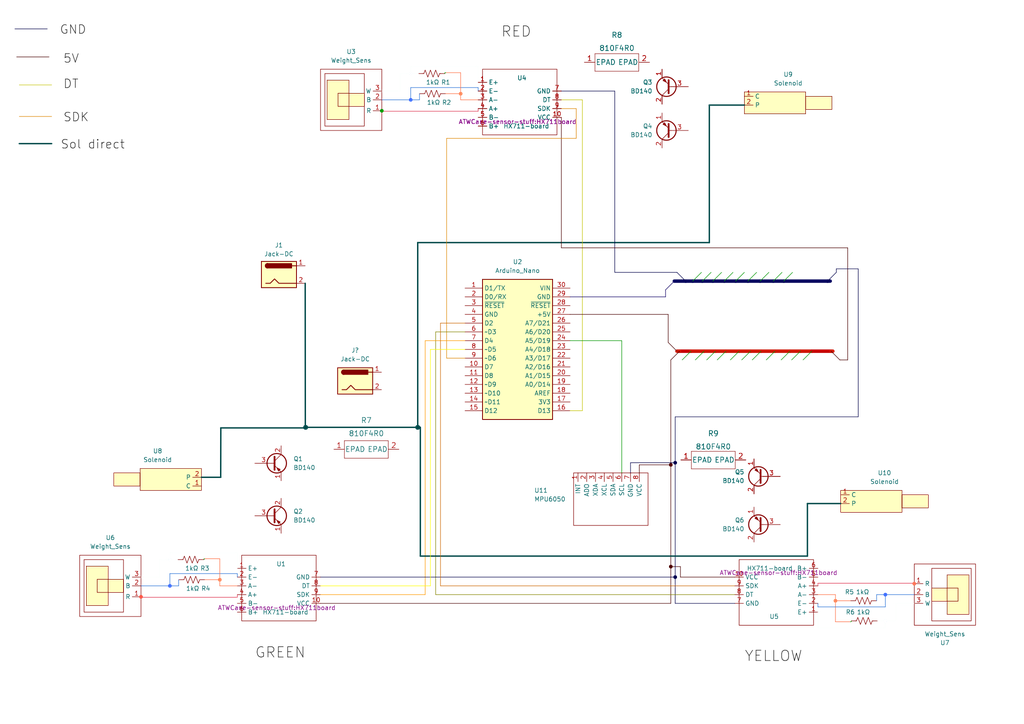
<source format=kicad_sch>
(kicad_sch (version 20211123) (generator eeschema)
  (paper "A4")
  (title_block (date "jeu. 02 avril 2015"))
  (lib_symbols
    (symbol "2022-04-19_17-41-38:810F4R0" (pin_names (offset 0.254))
      (property "Reference" "R" (at 13.97 11.43 0))
      (property "Value" "810F4R0" (at 15.24 7.62 0))
      (symbol "810F4R0_1_1"
        (polyline (pts (xy 7.62 -2.54) (xy 20.32 -2.54)) (stroke (width 0.127)))
        (polyline (pts (xy 7.62 2.54) (xy 7.62 -2.54)) (stroke (width 0.127)))
        (polyline (pts (xy 20.32 -2.54) (xy 20.32 2.54)) (stroke (width 0.127)))
        (polyline (pts (xy 20.32 2.54) (xy 7.62 2.54)) (stroke (width 0.127)))
        (pin unspecified line (at 4.572 0.0508 0) (length 3) (name "EPAD") (number "1"))
        (pin unspecified line (at 23.4188 0.0508 180) (length 3) (name "EPAD") (number "2"))
      )
    )
    (symbol "ATWSensors+stuff:HX711-board"
      (property "Reference" "U" (at -1.27 5.08 0))
      (property "Value" "HX711-board" (at 0 13.97 0))
      (symbol "HX711-board_0_1"
        (rectangle (start -11.43 16.51) (end 10.16 -2.54))
      )
      (symbol "HX711-board_1_1"
        (pin passive line (at -12.7 12.7 0) (length 2.54) (name "E+") (number "1"))
        (pin passive line (at 11.43 2.54 180) (length 2.54) (name "VCC") (number "10"))
        (pin passive line (at -12.7 10.16 0) (length 2.54) (name "E-") (number "2"))
        (pin passive line (at -12.7 7.62 0) (length 2.54) (name "A-") (number "3"))
        (pin passive line (at -12.7 5.08 0) (length 2.54) (name "A+") (number "4"))
        (pin passive line (at -12.7 2.54 0) (length 2.54) (name "B-") (number "5"))
        (pin passive line (at -12.7 0 0) (length 2.54) (name "B+") (number "6"))
        (pin passive line (at 11.43 10.16 180) (length 2.54) (name "GND") (number "7"))
        (pin passive line (at 11.43 7.62 180) (length 2.54) (name "DT") (number "8"))
        (pin passive line (at 11.43 5.08 180) (length 2.54) (name "SDK") (number "9"))
      )
    )
    (symbol "ATWSensors+stuff:MPU6050"
      (property "Reference" "U" (at 11.43 3.81 0))
      (property "Value" "MPU6050" (at 11.43 12.7 90))
      (symbol "MPU6050_0_1"
        (rectangle (start 0 21.59) (end 15.24 0))
      )
      (symbol "MPU6050_1_1"
        (pin passive line (at 0 1.27 0) (length 2.54) (name "INT") (number "1"))
        (pin passive line (at 0 3.81 0) (length 2.54) (name "ADO") (number "2"))
        (pin passive line (at 0 6.35 0) (length 2.54) (name "XDA") (number "3"))
        (pin passive line (at 0 8.89 0) (length 2.54) (name "XCL") (number "4"))
        (pin passive line (at 0 11.43 0) (length 2.54) (name "SDA") (number "5"))
        (pin passive line (at 0 13.97 0) (length 2.54) (name "SCL") (number "6"))
        (pin passive line (at 0 16.51 0) (length 2.54) (name "GND") (number "7"))
        (pin passive line (at 0 19.05 0) (length 2.54) (name "VCC") (number "8"))
      )
    )
    (symbol "ATWSensors+stuff:Solenoid"
      (property "Reference" "U" (at -2.54 7.62 0))
      (property "Value" "Solenoid" (at -8.89 7.62 0))
      (symbol "Solenoid_0_1"
        (rectangle (start -17.78 10.16) (end 0 3.81) (fill (type background)))
        (rectangle (start 0 8.89) (end 7.62 5.08) (fill (type background)))
      )
      (symbol "Solenoid_1_1"
        (pin passive line (at -17.78 8.89 0) (length 2.54) (name "C") (number "1"))
        (pin passive line (at -17.78 6.35 0) (length 2.54) (name "P") (number "2"))
      )
    )
    (symbol "ATWSensors+stuff:Weight_Sens"
      (property "Reference" "U" (at 21.59 16.51 0))
      (property "Value" "Weight_Sens" (at 11.43 8.89 0))
      (symbol "Weight_Sens_0_1"
        (rectangle (start 0 17.78) (end 17.78 0))
        (rectangle (start 5.08 10.795) (end 12.7 6.985) (fill (type background)))
        (rectangle (start 5.08 16.51) (end 16.51 1.27))
        (rectangle (start 9.525 14.605) (end 15.875 3.175) (fill (type background)))
      )
      (symbol "Weight_Sens_1_1"
        (pin passive line (at 0 12.065 0) (length 2.54) (name "R") (number "1"))
        (pin passive line (at 0 8.89 0) (length 2.54) (name "B") (number "2"))
        (pin passive line (at 0 6.35 0) (length 2.54) (name "W") (number "3"))
      )
    )
    (symbol "Arduino:Arduino_Nano"
      (property "Reference" "U" (at -10.16 24.13 0))
      (property "Value" "Arduino_Nano" (at -10.16 22.86 0))
      (symbol "Arduino_Nano_0_1"
        (rectangle (start -10.16 20.32) (end 10.16 -20.32) (stroke (width 0.254)) (fill (type background)))
      )
      (symbol "Arduino_Nano_1_1"
        (pin bidirectional line (at -15.24 17.78 0) (length 5.08) (name "D1/TX") (number "1"))
        (pin bidirectional line (at -15.24 -5.08 0) (length 5.08) (name "D7") (number "10"))
        (pin bidirectional line (at -15.24 -7.62 0) (length 5.08) (name "D8") (number "11"))
        (pin bidirectional line (at -15.24 -10.16 0) (length 5.08) (name "~D9") (number "12"))
        (pin bidirectional line (at -15.24 -12.7 0) (length 5.08) (name "~D10") (number "13"))
        (pin bidirectional line (at -15.24 -15.24 0) (length 5.08) (name "~D11") (number "14"))
        (pin bidirectional line (at -15.24 -17.78 0) (length 5.08) (name "D12") (number "15"))
        (pin bidirectional line (at 15.24 -17.78 180) (length 5.08) (name "D13") (number "16"))
        (pin power_out line (at 15.24 -15.24 180) (length 5.08) (name "3V3") (number "17"))
        (pin input line (at 15.24 -12.7 180) (length 5.08) (name "AREF") (number "18"))
        (pin bidirectional line (at 15.24 -10.16 180) (length 5.08) (name "A0/D14") (number "19"))
        (pin bidirectional line (at -15.24 15.24 0) (length 5.08) (name "D0/RX") (number "2"))
        (pin bidirectional line (at 15.24 -7.62 180) (length 5.08) (name "A1/D15") (number "20"))
        (pin bidirectional line (at 15.24 -5.08 180) (length 5.08) (name "A2/D16") (number "21"))
        (pin bidirectional line (at 15.24 -2.54 180) (length 5.08) (name "A3/D17") (number "22"))
        (pin bidirectional line (at 15.24 0 180) (length 5.08) (name "A4/D18") (number "23"))
        (pin bidirectional line (at 15.24 2.54 180) (length 5.08) (name "A5/D19") (number "24"))
        (pin bidirectional line (at 15.24 5.08 180) (length 5.08) (name "A6/D20") (number "25"))
        (pin bidirectional line (at 15.24 7.62 180) (length 5.08) (name "A7/D21") (number "26"))
        (pin power_out line (at 15.24 10.16 180) (length 5.08) (name "+5V") (number "27"))
        (pin input line (at 15.24 12.7 180) (length 5.08) (name "~{RESET}") (number "28"))
        (pin power_in line (at 15.24 15.24 180) (length 5.08) (name "GND") (number "29"))
        (pin input line (at -15.24 12.7 0) (length 5.08) (name "~{RESET}") (number "3"))
        (pin power_in line (at 15.24 17.78 180) (length 5.08) (name "VIN") (number "30"))
        (pin power_in line (at -15.24 10.16 0) (length 5.08) (name "GND") (number "4"))
        (pin bidirectional line (at -15.24 7.62 0) (length 5.08) (name "D2") (number "5"))
        (pin bidirectional line (at -15.24 5.08 0) (length 5.08) (name "~D3") (number "6"))
        (pin bidirectional line (at -15.24 2.54 0) (length 5.08) (name "D4") (number "7"))
        (pin bidirectional line (at -15.24 0 0) (length 5.08) (name "~D5") (number "8"))
        (pin bidirectional line (at -15.24 -2.54 0) (length 5.08) (name "~D6") (number "9"))
      )
    )
    (symbol "Connector:Jack-DC" (pin_names (offset 1.016))
      (property "Reference" "J" (at 0 5.334 0))
      (property "Value" "Jack-DC" (at 0 -5.08 0))
      (symbol "Jack-DC_0_1"
        (rectangle (start -5.08 3.81) (end 5.08 -3.81) (stroke (width 0.254)) (fill (type background)))
        (arc (start -3.302 3.175) (mid -3.937 2.54) (end -3.302 1.905) (stroke (width 0.254)))
        (arc (start -3.302 3.175) (mid -3.937 2.54) (end -3.302 1.905) (stroke (width 0.254)) (fill (type outline)))
        (polyline (pts (xy 5.08 2.54) (xy 3.81 2.54)) (stroke (width 0.254)))
        (polyline (pts (xy -3.81 -2.54) (xy -2.54 -2.54) (xy -1.27 -1.27) (xy 0 -2.54) (xy 2.54 -2.54) (xy 5.08 -2.54)) (stroke (width 0.254)))
        (rectangle (start 3.683 3.175) (end -3.302 1.905) (stroke (width 0.254)) (fill (type outline)))
      )
      (symbol "Jack-DC_1_1"
        (pin passive line (at 7.62 2.54 180) (length 2.54) (name "~") (number "1"))
        (pin passive line (at 7.62 -2.54 180) (length 2.54) (name "~") (number "2"))
      )
    )
    (symbol "Device:R_US" (pin_numbers hide) (pin_names (offset 0))
      (property "Reference" "R" (at 2.54 0 90))
      (property "Value" "R_US" (at -2.54 0 90))
      (symbol "R_US_0_1"
        (polyline (pts (xy 0 -2.286) (xy 0 -2.54)))
        (polyline (pts (xy 0 2.286) (xy 0 2.54)))
        (polyline (pts (xy 0 -0.762) (xy 1.016 -1.143) (xy 0 -1.524) (xy -1.016 -1.905) (xy 0 -2.286)))
        (polyline (pts (xy 0 0.762) (xy 1.016 0.381) (xy 0 0) (xy -1.016 -0.381) (xy 0 -0.762)))
        (polyline (pts (xy 0 2.286) (xy 1.016 1.905) (xy 0 1.524) (xy -1.016 1.143) (xy 0 0.762)))
      )
      (symbol "R_US_1_1"
        (pin passive line (at 0 3.81 270) (length 1.27) (name "~") (number "1"))
        (pin passive line (at 0 -3.81 90) (length 1.27) (name "~") (number "2"))
      )
    )
    (symbol "HX711-board_1"
      (property "Reference" "U" (at -1.27 5.08 0))
      (property "Value" "HX711-board_1" (at 0 13.97 0))
      (symbol "HX711-board_1_0_1"
        (rectangle (start -11.43 16.51) (end 10.16 -2.54))
      )
      (symbol "HX711-board_1_1_1"
        (pin passive line (at -12.7 12.7 0) (length 2.54) (name "E+") (number "1"))
        (pin bidirectional line (at 11.43 2.54 180) (length 2.54) (name "VCC") (number "10"))
        (pin passive line (at -12.7 10.16 0) (length 2.54) (name "E-") (number "2"))
        (pin bidirectional line (at -12.7 7.62 0) (length 2.54) (name "A-") (number "3"))
        (pin passive line (at -12.7 5.08 0) (length 2.54) (name "A+") (number "4"))
        (pin passive line (at -12.7 2.54 0) (length 2.54) (name "B-") (number "5"))
        (pin passive line (at -12.7 0 0) (length 2.54) (name "B+") (number "6"))
        (pin bidirectional line (at 11.43 10.16 180) (length 2.54) (name "GND") (number "7"))
        (pin passive line (at 11.43 7.62 180) (length 2.54) (name "DT") (number "8"))
        (pin passive line (at 11.43 5.08 180) (length 2.54) (name "SDK") (number "9"))
      )
    )
    (symbol "HX711-board_2"
      (property "Reference" "U" (at -1.27 5.08 0))
      (property "Value" "HX711-board_2" (at 0 13.97 0))
      (symbol "HX711-board_2_0_1"
        (rectangle (start -11.43 16.51) (end 10.16 -2.54))
      )
      (symbol "HX711-board_2_1_1"
        (pin passive line (at -12.7 12.7 0) (length 2.54) (name "E+") (number "1"))
        (pin passive line (at 11.43 2.54 180) (length 2.54) (name "VCC") (number "10"))
        (pin passive line (at -12.7 10.16 0) (length 2.54) (name "E-") (number "2"))
        (pin passive line (at -12.7 7.62 0) (length 2.54) (name "A-") (number "3"))
        (pin passive line (at -12.7 5.08 0) (length 2.54) (name "A+") (number "4"))
        (pin passive line (at -12.7 2.54 0) (length 2.54) (name "B-") (number "5"))
        (pin passive line (at -12.7 0 0) (length 2.54) (name "B+") (number "6"))
        (pin passive line (at 11.43 10.16 180) (length 2.54) (name "GND") (number "7"))
        (pin passive line (at 11.43 7.62 180) (length 2.54) (name "DT") (number "8"))
        (pin passive line (at 11.43 5.08 180) (length 2.54) (name "SDK") (number "9"))
      )
    )
    (symbol "Solenoid_1"
      (property "Reference" "U" (at -2.54 7.62 0))
      (property "Value" "Solenoid_1" (at -8.89 7.62 0))
      (symbol "Solenoid_1_0_1"
        (rectangle (start -17.78 10.16) (end 0 3.81) (fill (type background)))
        (rectangle (start 0 8.89) (end 7.62 5.08) (fill (type background)))
      )
      (symbol "Solenoid_1_1_1"
        (pin passive line (at -17.78 8.89 0) (length 2.54) (name "C") (number "1"))
        (pin passive line (at -17.78 6.35 0) (length 2.54) (name "P") (number "2"))
      )
    )
    (symbol "Solenoid_2"
      (property "Reference" "U" (at -2.54 7.62 0))
      (property "Value" "Solenoid_2" (at -8.89 7.62 0))
      (symbol "Solenoid_2_0_1"
        (rectangle (start -17.78 10.16) (end 0 3.81) (fill (type background)))
        (rectangle (start 0 8.89) (end 7.62 5.08) (fill (type background)))
      )
      (symbol "Solenoid_2_1_1"
        (pin passive line (at -17.78 8.89 0) (length 2.54) (name "C") (number "1"))
        (pin passive line (at -17.78 6.35 0) (length 2.54) (name "P") (number "2"))
      )
    )
    (symbol "Transistor_BJT:BD140" (pin_names (offset 0) hide)
      (property "Reference" "Q" (at 5.08 1.905 0))
      (property "Value" "BD140" (at 5.08 0 0))
      (symbol "BD140_0_1"
        (polyline (pts (xy 0 0) (xy 0.635 0)))
        (polyline (pts (xy 2.54 -2.54) (xy 0.635 -0.635)))
        (polyline (pts (xy 2.54 2.54) (xy 0.635 0.635)))
        (polyline (pts (xy 0.635 1.905) (xy 0.635 -1.905) (xy 0.635 -1.905)) (stroke (width 0.508)) (fill (type outline)))
        (polyline (pts (xy 1.778 -2.286) (xy 2.286 -1.778) (xy 1.27 -1.27) (xy 1.778 -2.286) (xy 1.778 -2.286)) (fill (type outline)))
        (circle (center 1.27 0) (radius 2.8194) (stroke (width 0.3048)))
      )
      (symbol "BD140_1_1"
        (pin passive line (at 2.54 -5.08 90) (length 2.54) (name "E") (number "1"))
        (pin passive line (at 2.54 5.08 270) (length 2.54) (name "C") (number "2"))
        (pin input line (at -5.08 0 0) (length 5.08) (name "B") (number "3"))
      )
    )
  )
  (junction (at 119.126 21.336) (color 251 253 255 1))
  (junction (at 265.176 169.291) (color 255 111 81 1))
  (junction (at 242.316 174.244) (color 255 132 87 1))
  (junction (at 119.126 28.956) (color 59 107 255 1))
  (junction (at 256.794 180.086) (color 251 253 255 1))
  (junction (at 133.604 27.178) (color 255 132 87 1))
  (junction (at 49.276 169.926) (color 59 107 255 1))
  (junction (at 88.646 123.952) (diameter 1.25) (color 0 72 72 1))
  (junction (at 40.894 173.101) (color 252 79 62 1))
  (junction (at 110.744 32.131))
  (junction (at 194.564 164.338) (color 72 0 0 1))
  (junction (at 63.754 168.148) (color 255 132 87 1))
  (junction (at 121.158 123.952) (diameter 1.25) (color 0 72 72 1))
  (junction (at 195.834 167.386) (color 0 0 72 1))
  (junction (at 49.276 162.306) (color 251 253 255 1))
  (junction (at 195.834 134.2136) (color 0 0 72 1))
  (junction (at 194.564 134.8232) (color 72 0 0 1))
  (junction (at 256.794 172.466) (color 59 107 255 1))
  (bus_entry (at 240.03 81.534) (size 2.54 -2.54) (stroke (width 0) (color 0 0 72 1)))
  (bus_entry (at 195.58 81.534) (size -2.54 2.54) (stroke (width 0) (color 14 0 100 1)))
  (bus_entry (at 196.342 101.854) (size -2.54 -2.54) (stroke (width 0) (color 72 0 0 1)))
  (bus_entry (at 210.058 81.534) (size 2.54 -2.54))
  (bus_entry (at 206.756 81.534) (size 2.54 -2.54))
  (bus_entry (at 203.708 81.534) (size 2.54 -2.54))
  (bus_entry (at 198.882 81.534) (size -2.54 -2.54) (stroke (width 0) (color 0 0 72 1)))
  (bus_entry (at 220.472 81.534) (size 2.54 -2.54))
  (bus_entry (at 227.33 81.534) (size 2.54 -2.54))
  (bus_entry (at 224.282 81.534) (size 2.54 -2.54))
  (bus_entry (at 197.104 101.854) (size -2.54 2.54) (stroke (width 0) (color 72 0 0 1)))
  (bus_entry (at 204.216 101.854) (size -2.54 2.54))
  (bus_entry (at 207.518 101.854) (size -2.54 2.54))
  (bus_entry (at 214.376 101.854) (size -2.54 2.54))
  (bus_entry (at 235.458 101.854) (size -2.54 2.54))
  (bus_entry (at 229.108 101.854) (size -2.54 2.54))
  (bus_entry (at 232.156 101.854) (size -2.54 2.54))
  (bus_entry (at 224.79 101.854) (size -2.54 2.54))
  (bus_entry (at 217.678 101.854) (size -2.54 2.54))
  (bus_entry (at 216.916 81.534) (size 2.54 -2.54))
  (bus_entry (at 213.36 81.534) (size 2.54 -2.54))
  (bus_entry (at 200.406 101.854) (size -2.54 2.54))
  (bus_entry (at 210.566 101.854) (size -2.54 2.54))
  (bus_entry (at 220.726 101.854) (size -2.54 2.54))
  (bus_entry (at 200.914 81.534) (size 2.54 -2.54))
  (bus_entry (at 241.046 101.854) (size 2.54 2.54) (stroke (width 0) (color 72 0 0 1)))
  (wire (pts (xy 59.436 162.052) (xy 59.182 162.052)))
  (wire (pts (xy 256.794 180.086) (xy 254.508 180.086)) (stroke (width 0) (color 251 255 253 1)))
  (wire (pts (xy 92.964 167.386) (xy 195.834 167.386)) (stroke (width 0) (color 0 0 72 1)))
  (wire (pts (xy 195.834 134.2136) (xy 195.834 167.386)) (stroke (width 0) (color 0 0 72 1)))
  (bus (pts (xy 220.726 101.854) (xy 224.79 101.854)) (stroke (width 1) (color 203 16 0 1)))
  (bus (pts (xy 210.058 81.534) (xy 213.36 81.534)) (stroke (width 1) (color 3 3 89 1)))
  (wire (pts (xy 123.317 172.466) (xy 123.317 98.806)) (stroke (width 0) (color 255 153 0 1)))
  (wire (pts (xy 180.34 137.16) (xy 180.34 98.806)))
  (wire (pts (xy 40.894 173.228) (xy 68.834 173.228)) (stroke (width 0) (color 221 48 76 1)))
  (wire (pts (xy 245.872 71.882) (xy 245.872 104.394)) (stroke (width 0) (color 72 0 0 1)))
  (wire (pts (xy 133.604 27.178) (xy 133.604 28.956)) (stroke (width 0) (color 255 111 68 1)))
  (wire (pts (xy 63.754 162.052) (xy 63.754 168.148)) (stroke (width 0) (color 255 111 68 1)))
  (wire (pts (xy 178.308 26.416) (xy 178.308 78.994)) (stroke (width 0) (color 0 0 72 1)))
  (wire (pts (xy 254.254 172.466) (xy 254.254 174.244)) (stroke (width 0) (color 41 114 214 1)))
  (wire (pts (xy 121.158 70.358) (xy 121.158 123.952)) (stroke (width 0.4) (color 0 72 72 1)))
  (wire (pts (xy 63.754 168.148) (xy 63.754 169.926)) (stroke (width 0) (color 255 111 68 1)))
  (wire (pts (xy 246.634 174.244) (xy 242.316 174.244)) (stroke (width 0) (color 255 111 68 1)))
  (wire (pts (xy 59.436 162.052) (xy 63.754 162.052)) (stroke (width 0) (color 255 111 68 1)))
  (wire (pts (xy 58.42 138.43) (xy 64.008 138.43)) (stroke (width 0.4) (color 0 72 72 1)))
  (wire (pts (xy 123.317 98.806) (xy 134.874 98.806)) (stroke (width 0) (color 255 153 0 1)))
  (wire (pts (xy 51.816 169.926) (xy 51.816 168.148)) (stroke (width 0) (color 41 114 214 1)))
  (wire (pts (xy 162.814 28.956) (xy 168.91 28.956)) (stroke (width 0) (color 194 194 0 1)))
  (bus (pts (xy 216.916 81.534) (xy 220.472 81.534)) (stroke (width 1) (color 3 3 89 1)))
  (wire (pts (xy 134.874 93.726) (xy 127.762 93.726)) (stroke (width 0) (color 204 102 0 1)))
  (wire (pts (xy 234.188 146.05) (xy 234.188 161.29)) (stroke (width 0.4) (color 0 72 72 1)))
  (wire (pts (xy 121.158 123.952) (xy 88.646 123.952)) (stroke (width 0.4) (color 0 72 72 1)))
  (wire (pts (xy 237.236 182.118) (xy 256.794 182.118)) (stroke (width 0) (color 251 255 253 1)))
  (wire (pts (xy 168.91 119.126) (xy 165.354 119.126)) (stroke (width 0) (color 194 194 0 1)))
  (wire (pts (xy 63.754 169.926) (xy 68.834 169.926)) (stroke (width 0) (color 255 111 68 1)))
  (wire (pts (xy 197.358 167.386) (xy 197.358 164.338)) (stroke (width 0) (color 72 0 0 1)))
  (bus (pts (xy 220.472 81.534) (xy 224.282 81.534)) (stroke (width 1) (color 3 3 89 1)))
  (wire (pts (xy 119.126 28.956) (xy 121.666 28.956)) (stroke (width 0) (color 41 114 214 1)))
  (bus (pts (xy 224.282 81.534) (xy 227.33 81.534)) (stroke (width 1) (color 3 3 89 1)))
  (wire (pts (xy 213.106 167.386) (xy 197.358 167.386)) (stroke (width 0) (color 72 0 0 1)))
  (bus (pts (xy 232.156 101.854) (xy 235.458 101.854)) (stroke (width 1) (color 203 16 0 1)))
  (wire (pts (xy 121.92 123.952) (xy 121.158 123.952)) (stroke (width 0.4) (color 0 72 72 1)))
  (wire (pts (xy 110.744 26.416) (xy 116.078 26.416)) (stroke (width 0) (color 251 255 253 1)))
  (wire (pts (xy 162.814 26.416) (xy 178.308 26.416)) (stroke (width 0) (color 0 0 72 1)))
  (wire (pts (xy 119.126 25.4) (xy 138.684 25.4)) (stroke (width 0) (color 41 114 214 1)))
  (wire (pts (xy 49.276 169.926) (xy 51.816 169.926)) (stroke (width 0) (color 41 114 214 1)))
  (wire (pts (xy 68.834 166.37) (xy 68.834 167.386)) (stroke (width 0) (color 41 114 214 1)))
  (wire (pts (xy 127.762 169.926) (xy 213.106 169.926)) (stroke (width 0) (color 204 102 0 1)))
  (wire (pts (xy 168.91 28.956) (xy 168.91 119.126)) (stroke (width 0) (color 194 194 0 1)))
  (wire (pts (xy 49.276 166.37) (xy 68.834 166.37)) (stroke (width 0) (color 41 114 214 1)))
  (wire (pts (xy 243.84 146.05) (xy 234.188 146.05)) (stroke (width 0.4) (color 0 72 72 1)))
  (wire (pts (xy 162.814 71.882) (xy 245.872 71.882)) (stroke (width 0) (color 72 0 0 1)))
  (bus (pts (xy 224.79 101.854) (xy 229.108 101.854)) (stroke (width 1) (color 203 16 0 1)))
  (wire (pts (xy 256.794 172.466) (xy 256.794 176.022)) (stroke (width 0) (color 41 114 214 1)))
  (wire (pts (xy 59.436 168.148) (xy 63.754 168.148)) (stroke (width 0) (color 255 111 68 1)))
  (wire (pts (xy 126.365 96.266) (xy 126.365 172.466)) (stroke (width 0) (color 132 132 0 1)))
  (wire (pts (xy 116.078 26.416) (xy 116.078 21.336)) (stroke (width 0) (color 251 255 253 1)))
  (wire (pts (xy 5.588 41.656) (xy 14.986 41.656)) (stroke (width 0.4) (color 0 72 72 1)))
  (wire (pts (xy 138.684 19.304) (xy 119.126 19.304)) (stroke (width 0) (color 251 255 253 1)))
  (wire (pts (xy 256.794 172.466) (xy 254.254 172.466)) (stroke (width 0) (color 41 114 214 1)))
  (bus (pts (xy 196.342 101.854) (xy 197.104 101.854)) (stroke (width 1) (color 203 16 0 1)))
  (bus (pts (xy 235.458 101.854) (xy 241.046 101.854)) (stroke (width 1) (color 194 0 0 1)))
  (wire (pts (xy 246.634 180.34) (xy 242.316 180.34)) (stroke (width 0) (color 255 111 68 1)))
  (wire (pts (xy 265.176 169.164) (xy 237.236 169.164)) (stroke (width 0) (color 221 48 76 1)))
  (wire (pts (xy 40.894 169.926) (xy 49.276 169.926)) (stroke (width 0) (color 41 114 214 1)))
  (wire (pts (xy 205.74 70.358) (xy 121.158 70.358)) (stroke (width 0.4) (color 0 72 72 1)))
  (wire (pts (xy 126.365 96.266) (xy 134.874 96.266)) (stroke (width 0) (color 132 132 0 1)))
  (wire (pts (xy 119.126 28.956) (xy 119.126 25.4)) (stroke (width 0) (color 41 114 214 1)))
  (wire (pts (xy 213.106 172.466) (xy 126.365 172.466)) (stroke (width 0) (color 132 132 0 1)))
  (wire (pts (xy 68.834 173.228) (xy 68.834 172.466)) (stroke (width 0) (color 221 48 76 1)))
  (wire (pts (xy 246.888 180.34) (xy 246.888 180.086)))
  (wire (pts (xy 182.88 134.2136) (xy 195.834 134.2136)) (stroke (width 0) (color 0 0 72 1)))
  (bus (pts (xy 213.36 81.534) (xy 216.916 81.534)) (stroke (width 1) (color 3 3 89 1)))
  (wire (pts (xy 127.762 93.726) (xy 127.762 169.926)) (stroke (width 0) (color 204 102 0 1)))
  (bus (pts (xy 198.882 81.534) (xy 200.914 81.534)) (stroke (width 1) (color 3 3 89 1)))
  (wire (pts (xy 215.9 30.48) (xy 205.74 30.48)) (stroke (width 0.4) (color 0 72 72 1)))
  (wire (pts (xy 129.286 21.082) (xy 133.604 21.082)) (stroke (width 0) (color 255 111 68 1)))
  (wire (pts (xy 194.564 134.8232) (xy 194.564 104.394)) (stroke (width 0) (color 72 0 0 1)))
  (bus (pts (xy 207.518 101.854) (xy 210.566 101.854)) (stroke (width 1) (color 203 16 0 1)))
  (wire (pts (xy 64.0491 124.1147) (xy 64.008 138.43)) (stroke (width 0.4) (color 0 72 72 1)))
  (wire (pts (xy 133.604 28.956) (xy 138.684 28.956)) (stroke (width 0) (color 255 111 68 1)))
  (wire (pts (xy 92.964 172.466) (xy 123.317 172.466)) (stroke (width 0) (color 255 153 0 1)))
  (bus (pts (xy 200.406 101.854) (xy 204.216 101.854)) (stroke (width 1) (color 203 16 0 1)))
  (wire (pts (xy 129.032 21.082) (xy 129.032 21.336)))
  (wire (pts (xy 242.316 180.34) (xy 242.316 174.244)) (stroke (width 0) (color 255 111 68 1)))
  (wire (pts (xy 245.872 104.394) (xy 243.586 104.394)) (stroke (width 0) (color 72 0 0 1)))
  (wire (pts (xy 178.308 78.994) (xy 196.342 78.994)) (stroke (width 0) (color 0 0 72 1)))
  (wire (pts (xy 180.34 98.806) (xy 165.354 98.806)))
  (wire (pts (xy 5.588 24.638) (xy 14.986 24.638)) (stroke (width 0) (color 194 194 0 1)))
  (wire (pts (xy 237.236 177.546) (xy 237.236 182.118)) (stroke (width 0) (color 251 255 253 1)))
  (wire (pts (xy 246.634 180.34) (xy 246.888 180.34)))
  (wire (pts (xy 193.802 99.314) (xy 193.802 91.186)) (stroke (width 0) (color 72 0 0 1)))
  (wire (pts (xy 193.04 84.074) (xy 193.04 86.106)) (stroke (width 0) (color 14 0 100 1)))
  (wire (pts (xy 119.126 21.336) (xy 121.412 21.336)) (stroke (width 0) (color 251 255 253 1)))
  (wire (pts (xy 248.92 77.978) (xy 242.57 77.978)) (stroke (width 0) (color 0 0 72 1)))
  (wire (pts (xy 129.54 103.886) (xy 134.874 103.886)) (stroke (width 0) (color 221 133 0 1)))
  (wire (pts (xy 68.834 164.846) (xy 68.834 160.274)) (stroke (width 0) (color 251 255 253 1)))
  (wire (pts (xy 119.126 19.304) (xy 119.126 21.336)) (stroke (width 0) (color 251 255 253 1)))
  (wire (pts (xy 259.842 180.086) (xy 256.794 180.086)) (stroke (width 0) (color 251 255 253 1)))
  (wire (pts (xy 237.236 169.164) (xy 237.236 169.926)) (stroke (width 0) (color 221 48 76 1)))
  (bus (pts (xy 197.104 101.854) (xy 200.406 101.854)) (stroke (width 1) (color 194 0 0 1)))
  (bus (pts (xy 227.33 81.534) (xy 240.03 81.534)) (stroke (width 1) (color 3 3 89 1)))
  (wire (pts (xy 68.834 160.274) (xy 49.276 160.274)) (stroke (width 0) (color 251 255 253 1)))
  (bus (pts (xy 214.376 101.854) (xy 217.678 101.854)) (stroke (width 1) (color 203 16 0 1)))
  (wire (pts (xy 242.316 172.466) (xy 237.236 172.466)) (stroke (width 0) (color 255 111 68 1)))
  (wire (pts (xy 259.842 175.006) (xy 259.842 180.086)) (stroke (width 0) (color 251 255 253 1)))
  (wire (pts (xy 234.188 161.29) (xy 121.92 161.29)) (stroke (width 0.4) (color 0 72 72 1)))
  (wire (pts (xy 256.794 182.118) (xy 256.794 180.086)) (stroke (width 0) (color 251 255 253 1)))
  (wire (pts (xy 110.744 28.956) (xy 119.126 28.956)) (stroke (width 0) (color 41 114 214 1)))
  (wire (pts (xy 129.286 27.178) (xy 133.604 27.178)) (stroke (width 0) (color 255 111 68 1)))
  (wire (pts (xy 4.318 8.382) (xy 13.716 8.382)) (stroke (width 0) (color 0 0 72 1)))
  (wire (pts (xy 138.684 32.258) (xy 138.684 31.496)) (stroke (width 0) (color 221 48 76 1)))
  (wire (pts (xy 116.078 21.336) (xy 119.126 21.336)) (stroke (width 0) (color 251 255 253 1)))
  (bus (pts (xy 217.678 101.854) (xy 220.726 101.854)) (stroke (width 1) (color 203 16 0 1)))
  (wire (pts (xy 242.316 174.244) (xy 242.316 172.466)) (stroke (width 0) (color 255 111 68 1)))
  (wire (pts (xy 194.564 175.006) (xy 194.564 164.338)) (stroke (width 0) (color 72 0 0 1)))
  (bus (pts (xy 203.708 81.534) (xy 206.756 81.534)) (stroke (width 1) (color 3 3 89 1)))
  (wire (pts (xy 134.874 101.346) (xy 124.841 101.346)) (stroke (width 0) (color 255 255 0 1)))
  (wire (pts (xy 185.42 137.16) (xy 185.42 134.8232)) (stroke (width 0) (color 72 0 0 1)))
  (wire (pts (xy 193.802 91.186) (xy 165.354 91.186)) (stroke (width 0) (color 72 0 0 1)))
  (wire (pts (xy 195.834 120.904) (xy 195.834 134.2136)) (stroke (width 0) (color 0 0 72 1)))
  (wire (pts (xy 88.519 82.169) (xy 88.5601 124.1147)) (stroke (width 0.4) (color 0 72 72 1)))
  (wire (pts (xy 46.228 167.386) (xy 46.228 162.306)) (stroke (width 0) (color 251 255 253 1)))
  (wire (pts (xy 129.286 21.082) (xy 129.032 21.082)))
  (bus (pts (xy 195.58 81.534) (xy 198.882 81.534)) (stroke (width 1) (color 3 3 89 1)))
  (wire (pts (xy 92.964 175.006) (xy 194.564 175.006)) (stroke (width 0) (color 72 0 0 1)))
  (wire (pts (xy 88.5601 124.1147) (xy 64.0491 124.1147)) (stroke (width 0.4) (color 0 72 72 1)))
  (wire (pts (xy 167.132 40.132) (xy 129.54 40.132)) (stroke (width 0) (color 221 133 0 1)))
  (wire (pts (xy 110.744 32.258) (xy 138.684 32.258)) (stroke (width 0) (color 221 48 76 1)))
  (wire (pts (xy 237.236 176.022) (xy 237.236 175.006)) (stroke (width 0) (color 41 114 214 1)))
  (wire (pts (xy 129.54 40.132) (xy 129.54 103.886)) (stroke (width 0) (color 221 133 0 1)))
  (wire (pts (xy 121.666 28.956) (xy 121.666 27.178)) (stroke (width 0) (color 41 114 214 1)))
  (wire (pts (xy 49.276 160.274) (xy 49.276 162.306)) (stroke (width 0) (color 251 255 253 1)))
  (wire (pts (xy 49.276 162.306) (xy 51.562 162.306)) (stroke (width 0) (color 251 255 253 1)))
  (wire (pts (xy 195.834 120.904) (xy 248.92 120.904)) (stroke (width 0) (color 0 0 72 1)))
  (bus (pts (xy 240.03 81.534) (xy 240.792 81.534)) (stroke (width 1) (color 3 3 89 1)))
  (wire (pts (xy 162.814 34.036) (xy 162.814 71.882)) (stroke (width 0) (color 72 0 0 1)))
  (wire (pts (xy 248.92 77.978) (xy 248.92 120.904)) (stroke (width 0) (color 0 0 72 1)))
  (wire (pts (xy 5.588 33.782) (xy 14.986 33.782)) (stroke (width 0) (color 221 133 0 1)))
  (wire (pts (xy 138.684 25.4) (xy 138.684 26.416)) (stroke (width 0) (color 41 114 214 1)))
  (bus (pts (xy 210.566 101.854) (xy 214.376 101.854)) (stroke (width 1) (color 203 16 0 1)))
  (wire (pts (xy 138.684 23.876) (xy 138.684 19.304)) (stroke (width 0) (color 251 255 253 1)))
  (bus (pts (xy 204.216 101.854) (xy 207.518 101.854)) (stroke (width 1) (color 203 16 0 1)))
  (wire (pts (xy 265.176 169.164) (xy 265.176 169.291)))
  (bus (pts (xy 200.914 81.534) (xy 203.708 81.534)) (stroke (width 1) (color 3 3 89 1)))
  (wire (pts (xy 124.841 101.346) (xy 124.841 169.926)) (stroke (width 0) (color 255 255 0 1)))
  (wire (pts (xy 256.794 176.022) (xy 237.236 176.022)) (stroke (width 0) (color 41 114 214 1)))
  (wire (pts (xy 182.88 137.16) (xy 182.88 134.2136)) (stroke (width 0) (color 0 0 72 1)))
  (bus (pts (xy 229.108 101.854) (xy 232.156 101.854)) (stroke (width 1) (color 203 16 0 1)))
  (wire (pts (xy 167.132 31.496) (xy 167.132 40.132)) (stroke (width 0) (color 221 133 0 1)))
  (wire (pts (xy 265.176 172.466) (xy 256.794 172.466)) (stroke (width 0) (color 41 114 214 1)))
  (wire (pts (xy 242.57 77.978) (xy 242.57 78.994)) (stroke (width 0) (color 0 0 72 1)))
  (wire (pts (xy 40.894 173.101) (xy 40.894 173.228)))
  (wire (pts (xy 4.826 16.51) (xy 14.224 16.51)) (stroke (width 0) (color 72 0 0 1)))
  (wire (pts (xy 59.182 162.052) (xy 59.182 162.306)))
  (wire (pts (xy 185.42 134.8232) (xy 194.564 134.8232)) (stroke (width 0) (color 72 0 0 1)))
  (wire (pts (xy 162.814 31.496) (xy 167.132 31.496)) (stroke (width 0) (color 221 133 0 1)))
  (wire (pts (xy 40.894 167.386) (xy 46.228 167.386)) (stroke (width 0) (color 251 255 253 1)))
  (wire (pts (xy 49.276 169.926) (xy 49.276 166.37)) (stroke (width 0) (color 41 114 214 1)))
  (wire (pts (xy 197.358 164.338) (xy 194.564 164.338)) (stroke (width 0) (color 72 0 0 1)))
  (wire (pts (xy 124.841 169.926) (xy 92.964 169.926)) (stroke (width 0) (color 255 255 0 1)))
  (bus (pts (xy 241.046 101.854) (xy 241.554 101.854)) (stroke (width 1) (color 203 16 0 1)))
  (wire (pts (xy 46.228 162.306) (xy 49.276 162.306)) (stroke (width 0) (color 251 255 253 1)))
  (wire (pts (xy 121.92 161.29) (xy 121.92 123.952)) (stroke (width 0.4) (color 0 72 72 1)))
  (wire (pts (xy 195.834 167.386) (xy 195.834 175.006)) (stroke (width 0) (color 0 0 72 1)))
  (wire (pts (xy 165.354 86.106) (xy 193.04 86.106)) (stroke (width 0) (color 14 0 100 1)))
  (wire (pts (xy 133.604 21.082) (xy 133.604 27.178)) (stroke (width 0) (color 255 111 68 1)))
  (bus (pts (xy 206.756 81.534) (xy 210.058 81.534)) (stroke (width 1) (color 3 3 89 1)))
  (wire (pts (xy 194.564 164.338) (xy 194.564 134.8232)) (stroke (width 0) (color 72 0 0 1)))
  (wire (pts (xy 265.176 175.006) (xy 259.842 175.006)) (stroke (width 0) (color 251 255 253 1)))
  (wire (pts (xy 213.106 175.006) (xy 195.834 175.006)) (stroke (width 0) (color 0 0 72 1)))
  (wire (pts (xy 205.74 30.48) (xy 205.74 70.358)) (stroke (width 0.4) (color 0 72 72 1)))
  (label "GND" (at 17.272 10.668 0) (effects (font (size 2.5 2.5))))
  (label "DT" (at 18.288 26.416 0) (effects (font (size 2.5 2.5))))
  (label "Sol direct" (at 17.526 43.942 0) (effects (font (size 2.5 2.5))))
  (label "RED" (at 145.288 11.684 0) (effects (font (size 3 3))))
  (label "YELLOW" (at 215.9 192.786 0) (effects (font (size 3 3))))
  (label "SDK" (at 18.288 36.068 0) (effects (font (size 2.5 2.5))))
  (label "5V" (at 18.288 19.05 0) (effects (font (size 2.5 2.5))))
  (label "GREEN" (at 73.914 191.77 0) (effects (font (size 3 3))))
  (symbol (lib_id "Transistor_BJT:BD140") (at 194.564 25.146 180) (unit 1)
    (property "Reference" "Q3" (at 189.23 23.8759 0) (effects (justify left)))
    (property "Value" "BD140" (at 189.23 26.4159 0) (effects (justify left)))
    (property "Footprint" "ATWCane-sensor-stuff:TO-220-3_VerticalHEAT" (effects hide))
    (property "Datasheet" "http://www.st.com/internet/com/TECHNICAL_RESOURCES/TECHNICAL_LITERATURE/DATASHEET/CD00001225.pdf" (effects hide))
  )
  (symbol (lib_id "ATWSensors+stuff:HX711-board") (at 224.536 164.846 180) (unit 1)
    (property "Reference" "U5" (at 224.536 178.816 0))
    (property "Value" "HX711-board" (at 223.266 164.846 0))
    (property "Footprint" "ATWCane-sensor-stuff:HX711board" (at 225.806 166.116 0))
  )
  (symbol (lib_id "Connector:Jack-DC") (at 80.899 79.629 0) (unit 1)
    (property "Reference" "J1" (at 80.899 71.12 0))
    (property "Value" "Jack-DC" (at 80.899 73.66 0))
    (property "Footprint" "Connector_BarrelJack:BarrelJack_Horizontal" (effects hide))
  )
  (symbol (lib_id "Device:R_US") (at 125.222 21.336 90) (unit 1)
    (property "Reference" "R1" (at 129.286 23.876 90))
    (property "Value" "1kΩ" (at 125.476 23.876 90))
    (property "Footprint" "Resistor_THT:R_Axial_DIN0207_L6.3mm_D2.5mm_P2.54mm_Vertical" (effects hide))
  )
  (symbol (lib_id "Transistor_BJT:BD140") (at 194.564 37.846 180) (unit 1)
    (property "Reference" "Q4" (at 189.23 36.5759 0) (effects (justify left)))
    (property "Value" "BD140" (at 189.23 39.1159 0) (effects (justify left)))
    (property "Footprint" "ATWCane-sensor-stuff:TO-220-3_VerticalHEAT" (effects hide))
    (property "Datasheet" "http://www.st.com/internet/com/TECHNICAL_RESOURCES/TECHNICAL_LITERATURE/DATASHEET/CD00001225.pdf" (effects hide))
  )
  (symbol (lib_id "Transistor_BJT:BD140") (at 221.234 138.176 180) (unit 1)
    (property "Reference" "Q5" (at 215.9 136.9059 0) (effects (justify left)))
    (property "Value" "BD140" (at 215.9 139.4459 0) (effects (justify left)))
    (property "Footprint" "ATWCane-sensor-stuff:TO-220-3_VerticalHEAT" (effects hide))
    (property "Datasheet" "http://www.st.com/internet/com/TECHNICAL_RESOURCES/TECHNICAL_LITERATURE/DATASHEET/CD00001225.pdf" (effects hide))
  )
  (symbol (lib_id "ATWSensors+stuff:Weight_Sens") (at 110.744 20.066 180) (unit 1)
    (property "Reference" "U3" (at 101.854 14.986 0))
    (property "Value" "Weight_Sens" (at 101.854 17.526 0))
    (property "Footprint" "Connector_PinHeader_2.54mm:PinHeader_1x03_P2.54mm_Vertical" (effects hide))
  )
  (symbol (lib_id "2022-04-19_17-41-38:810F4R0") (at 92.2782 130.3528 0) (unit 1)
    (property "Reference" "R7" (at 106.2658 121.92 0) (effects (font (size 1.524 1.524))))
    (property "Value" "810F4R0" (at 106.2658 125.73 0) (effects (font (size 1.524 1.524))))
    (property "Footprint" "footprints:810F4R0" (effects hide))
  )
  (symbol (lib_id "Device:R_US") (at 55.626 168.148 90) (unit 1)
    (property "Reference" "R4" (at 59.69 170.688 90))
    (property "Value" "1kΩ" (at 55.88 170.688 90))
    (property "Footprint" "Resistor_THT:R_Axial_DIN0207_L6.3mm_D2.5mm_P2.54mm_Vertical" (effects hide))
  )
  (symbol (lib_id "Transistor_BJT:BD140") (at 78.994 134.366 0) (unit 1)
    (property "Reference" "Q1" (at 85.09 133.0959 0) (effects (justify left)))
    (property "Value" "BD140" (at 85.09 135.6359 0) (effects (justify left)))
    (property "Footprint" "ATWCane-sensor-stuff:TO-220-3_VerticalHEAT" (effects hide))
    (property "Datasheet" "http://www.st.com/internet/com/TECHNICAL_RESOURCES/TECHNICAL_LITERATURE/DATASHEET/CD00001225.pdf" (effects hide))
  )
  (symbol (lib_id "Device:R_US") (at 250.698 180.086 270) (unit 1)
    (property "Reference" "R6" (at 246.634 177.546 90))
    (property "Value" "1kΩ" (at 250.444 177.546 90))
    (property "Footprint" "Resistor_THT:R_Axial_DIN0207_L6.3mm_D2.5mm_P2.54mm_Vertical" (effects hide))
  )
  (symbol (lib_id "ATWSensors+stuff:MPU6050") (at 166.37 137.16 270) (unit 1)
    (property "Reference" "U11" (at 154.94 142.24 90) (effects (justify left)))
    (property "Value" "MPU6050" (at 154.94 144.78 90) (effects (justify left)))
    (property "Footprint" "ATWCane-sensor-stuff:MPU6050" (effects hide))
  )
  (symbol (lib_id "Device:R_US") (at 250.444 174.244 270) (unit 1)
    (property "Reference" "R5" (at 246.38 171.704 90))
    (property "Value" "1kΩ" (at 250.19 171.704 90))
    (property "Footprint" "Resistor_THT:R_Axial_DIN0207_L6.3mm_D2.5mm_P2.54mm_Vertical" (effects hide))
  )
  (symbol (lib_name "HX711-board_2") (lib_id "ATWSensors+stuff:HX711-board") (at 81.534 177.546 0) (unit 1)
    (property "Reference" "U1" (at 81.534 163.576 0))
    (property "Value" "HX711-board" (at 82.804 177.546 0))
    (property "Footprint" "ATWCane-sensor-stuff:HX711board" (at 80.264 176.276 0))
  )
  (symbol (lib_id "ATWSensors+stuff:Weight_Sens") (at 265.176 181.356 0) (unit 1)
    (property "Reference" "U7" (at 274.066 186.436 0))
    (property "Value" "Weight_Sens" (at 274.066 183.896 0))
    (property "Footprint" "Connector_PinHeader_2.54mm:PinHeader_1x03_P2.54mm_Vertical" (effects hide))
  )
  (symbol (lib_id "Device:R_US") (at 125.476 27.178 90) (unit 1)
    (property "Reference" "R2" (at 129.54 29.718 90))
    (property "Value" "1kΩ" (at 125.73 29.718 90))
    (property "Footprint" "Resistor_THT:R_Axial_DIN0207_L6.3mm_D2.5mm_P2.54mm_Vertical" (effects hide))
  )
  (symbol (lib_id "ATWSensors+stuff:Solenoid") (at 233.68 36.83 0) (unit 1)
    (property "Reference" "U9" (at 228.6 21.59 0))
    (property "Value" "Solenoid" (at 228.6 24.13 0))
    (property "Footprint" "ATWCane-sensor-stuff:Solenoid" (effects hide))
  )
  (symbol (lib_id "2022-04-19_17-41-38:810F4R0") (at 164.9476 18.1102 0) (unit 1)
    (property "Reference" "R8" (at 178.9352 10.16 0) (effects (font (size 1.524 1.524))))
    (property "Value" "810F4R0" (at 178.9352 13.97 0) (effects (font (size 1.524 1.524))))
    (property "Footprint" "footprints:810F4R0" (effects hide))
  )
  (symbol (lib_name "Solenoid_2") (lib_id "ATWSensors+stuff:Solenoid") (at 261.62 152.4 0) (unit 1)
    (property "Reference" "U10" (at 256.54 137.16 0))
    (property "Value" "Solenoid" (at 256.54 139.7 0))
    (property "Footprint" "ATWCane-sensor-stuff:Solenoid" (effects hide))
  )
  (symbol (lib_name "Solenoid_1") (lib_id "ATWSensors+stuff:Solenoid") (at 40.64 132.08 180) (unit 1)
    (property "Reference" "U8" (at 45.72 130.81 0))
    (property "Value" "Solenoid" (at 45.72 133.35 0))
    (property "Footprint" "ATWCane-sensor-stuff:Solenoid" (effects hide))
  )
  (symbol (lib_id "Arduino:Arduino_Nano") (at 150.114 101.346 0) (unit 1)
    (property "Reference" "U2" (at 150.114 75.946 0))
    (property "Value" "Arduino_Nano" (at 150.114 78.486 0))
    (property "Footprint" "Arduino:Arduino_Nano" (effects hide))
    (property "Datasheet" "https://store.arduino.cc/usa/arduino-nano" (effects hide))
  )
  (symbol (lib_id "Transistor_BJT:BD140") (at 78.994 149.606 0) (unit 1)
    (property "Reference" "Q2" (at 85.09 148.3359 0) (effects (justify left)))
    (property "Value" "BD140" (at 85.09 150.8759 0) (effects (justify left)))
    (property "Footprint" "ATWCane-sensor-stuff:TO-220-3_VerticalHEAT" (effects hide))
    (property "Datasheet" "http://www.st.com/internet/com/TECHNICAL_RESOURCES/TECHNICAL_LITERATURE/DATASHEET/CD00001225.pdf" (effects hide))
  )
  (symbol (lib_name "HX711-board_1") (lib_id "ATWSensors+stuff:HX711-board") (at 151.384 36.576 0) (unit 1)
    (property "Reference" "U4" (at 151.384 22.606 0))
    (property "Value" "HX711-board" (at 152.654 36.576 0))
    (property "Footprint" "ATWCane-sensor-stuff:HX711board" (at 150.114 35.306 0))
  )
  (symbol (lib_id "ATWSensors+stuff:Weight_Sens") (at 40.894 161.036 180) (unit 1)
    (property "Reference" "U6" (at 32.004 155.956 0))
    (property "Value" "Weight_Sens" (at 32.004 158.496 0))
    (property "Footprint" "Connector_PinHeader_2.54mm:PinHeader_1x03_P2.54mm_Vertical" (effects hide))
  )
  (symbol (lib_id "Transistor_BJT:BD140") (at 221.234 152.146 180) (unit 1)
    (property "Reference" "Q6" (at 215.9 150.8759 0) (effects (justify left)))
    (property "Value" "BD140" (at 215.9 153.4159 0) (effects (justify left)))
    (property "Footprint" "ATWCane-sensor-stuff:TO-220-3_VerticalHEAT" (effects hide))
    (property "Datasheet" "http://www.st.com/internet/com/TECHNICAL_RESOURCES/TECHNICAL_LITERATURE/DATASHEET/CD00001225.pdf" (effects hide))
  )
  (symbol (lib_id "Connector:Jack-DC") (at 103.0224 110.49 0) (unit 1)
    (property "Reference" "J?" (at 103.0224 101.6 0))
    (property "Value" "Jack-DC" (at 103.0224 104.14 0))
    (property "Footprint" "ATWCane-sensor-stuff:Board outline V1" (effects hide))
  )
  (symbol (lib_id "Device:R_US") (at 55.372 162.306 90) (unit 1)
    (property "Reference" "R3" (at 59.436 164.846 90))
    (property "Value" "1kΩ" (at 55.626 164.846 90))
    (property "Footprint" "Resistor_THT:R_Axial_DIN0207_L6.3mm_D2.5mm_P2.54mm_Vertical" (effects hide))
  )
  (symbol (lib_id "2022-04-19_17-41-38:810F4R0") (at 192.913 133.4516 0) (unit 1)
    (property "Reference" "R9" (at 206.9006 125.73 0) (effects (font (size 1.524 1.524))))
    (property "Value" "810F4R0" (at 206.9006 129.54 0) (effects (font (size 1.524 1.524))))
    (property "Footprint" "footprints:810F4R0" (effects hide))
  )
)
</source>
